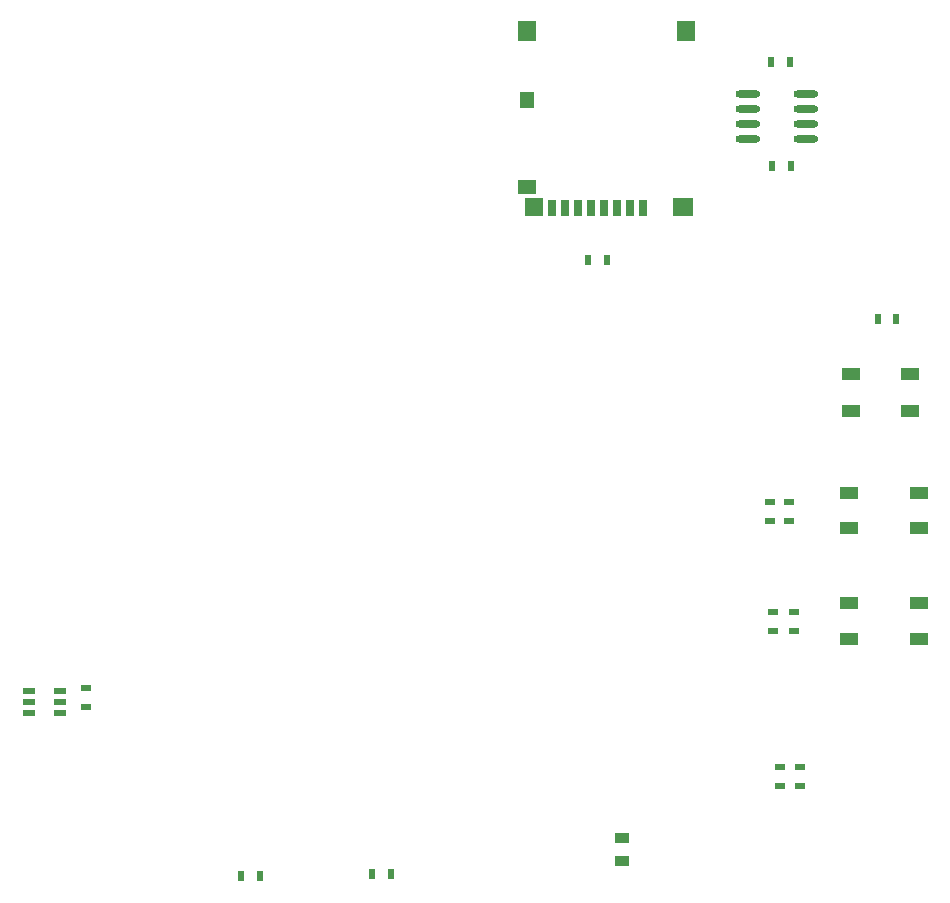
<source format=gtp>
G04*
G04 #@! TF.GenerationSoftware,Altium Limited,Altium Designer,21.0.9 (235)*
G04*
G04 Layer_Color=8421504*
%FSLAX44Y44*%
%MOMM*%
G71*
G04*
G04 #@! TF.SameCoordinates,C4A1923E-E4D0-4F42-82A5-F12B5E4C3A78*
G04*
G04*
G04 #@! TF.FilePolarity,Positive*
G04*
G01*
G75*
%ADD17R,0.8000X1.4000*%
%ADD18R,1.6000X1.5000*%
%ADD19R,1.7000X1.5000*%
%ADD20R,1.5000X1.7000*%
%ADD21R,1.2000X1.4000*%
%ADD22R,1.5000X1.3000*%
%ADD23R,1.3000X0.8500*%
%ADD24R,1.5000X1.0000*%
%ADD25R,0.6000X0.9500*%
%ADD26R,0.9500X0.6000*%
%ADD27R,1.5500X1.0000*%
%ADD28O,2.1000X0.6500*%
%ADD29R,1.0000X0.5000*%
D17*
X543978Y695392D02*
D03*
X554978D02*
D03*
X565978D02*
D03*
X576978D02*
D03*
X587978D02*
D03*
X598978D02*
D03*
X609978D02*
D03*
X620978D02*
D03*
D18*
X528978Y696392D02*
D03*
D19*
X654978D02*
D03*
D20*
X522478Y844892D02*
D03*
X657478D02*
D03*
D21*
X522478Y786892D02*
D03*
D22*
Y712892D02*
D03*
D23*
X602996Y162150D02*
D03*
Y142650D02*
D03*
D24*
X846944Y522988D02*
D03*
Y554988D02*
D03*
X796944D02*
D03*
Y522988D02*
D03*
D25*
X819406Y601472D02*
D03*
X835406D02*
D03*
X745346Y819258D02*
D03*
X729346D02*
D03*
X746362Y730866D02*
D03*
X730362D02*
D03*
X590024Y651002D02*
D03*
X574024D02*
D03*
X407288Y131572D02*
D03*
X391288D02*
D03*
X296544Y129794D02*
D03*
X280544D02*
D03*
D26*
X149296Y272522D02*
D03*
Y288522D02*
D03*
X753726Y222162D02*
D03*
Y206162D02*
D03*
X736976Y221634D02*
D03*
Y205634D02*
D03*
X748694Y337518D02*
D03*
Y353518D02*
D03*
X730944Y353018D02*
D03*
Y337018D02*
D03*
X728290Y430456D02*
D03*
Y446456D02*
D03*
X744886Y446273D02*
D03*
Y430273D02*
D03*
D27*
X854134Y453944D02*
D03*
X795134D02*
D03*
Y423944D02*
D03*
X854134D02*
D03*
Y360723D02*
D03*
X795134D02*
D03*
Y330723D02*
D03*
X854134D02*
D03*
D28*
X758650Y753580D02*
D03*
Y766280D02*
D03*
Y778980D02*
D03*
Y791680D02*
D03*
X710150Y753580D02*
D03*
Y766280D02*
D03*
Y778980D02*
D03*
Y791680D02*
D03*
D29*
X100618Y267614D02*
D03*
Y277114D02*
D03*
Y286614D02*
D03*
X127618D02*
D03*
Y277114D02*
D03*
Y267614D02*
D03*
M02*

</source>
